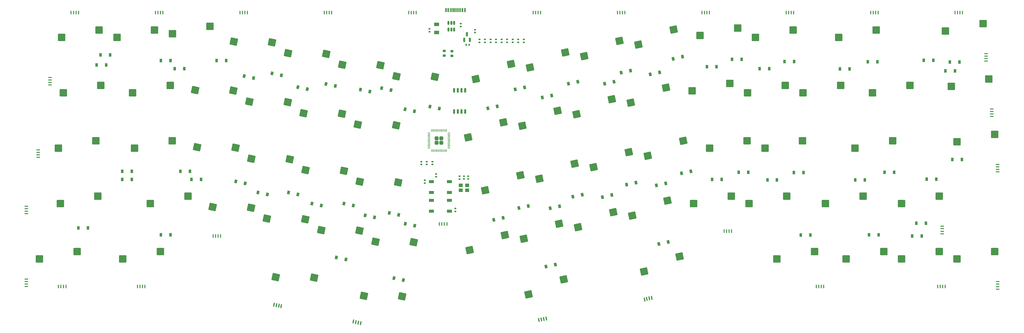
<source format=gbr>
%TF.GenerationSoftware,KiCad,Pcbnew,(6.0.9)*%
%TF.CreationDate,2022-12-15T18:11:33+09:00*%
%TF.ProjectId,Skeleton68rev2,536b656c-6574-46f6-9e36-38726576322e,rev?*%
%TF.SameCoordinates,Original*%
%TF.FileFunction,Paste,Bot*%
%TF.FilePolarity,Positive*%
%FSLAX46Y46*%
G04 Gerber Fmt 4.6, Leading zero omitted, Abs format (unit mm)*
G04 Created by KiCad (PCBNEW (6.0.9)) date 2022-12-15 18:11:33*
%MOMM*%
%LPD*%
G01*
G04 APERTURE LIST*
G04 Aperture macros list*
%AMRoundRect*
0 Rectangle with rounded corners*
0 $1 Rounding radius*
0 $2 $3 $4 $5 $6 $7 $8 $9 X,Y pos of 4 corners*
0 Add a 4 corners polygon primitive as box body*
4,1,4,$2,$3,$4,$5,$6,$7,$8,$9,$2,$3,0*
0 Add four circle primitives for the rounded corners*
1,1,$1+$1,$2,$3*
1,1,$1+$1,$4,$5*
1,1,$1+$1,$6,$7*
1,1,$1+$1,$8,$9*
0 Add four rect primitives between the rounded corners*
20,1,$1+$1,$2,$3,$4,$5,0*
20,1,$1+$1,$4,$5,$6,$7,0*
20,1,$1+$1,$6,$7,$8,$9,0*
20,1,$1+$1,$8,$9,$2,$3,0*%
%AMRotRect*
0 Rectangle, with rotation*
0 The origin of the aperture is its center*
0 $1 length*
0 $2 width*
0 $3 Rotation angle, in degrees counterclockwise*
0 Add horizontal line*
21,1,$1,$2,0,0,$3*%
G04 Aperture macros list end*
%ADD10R,0.420000X1.300000*%
%ADD11RotRect,0.900000X1.200000X12.000000*%
%ADD12R,0.900000X1.200000*%
%ADD13RoundRect,0.200000X1.269816X0.803550X-0.833201X1.250560X-1.269816X-0.803550X0.833201X-1.250560X0*%
%ADD14RoundRect,0.135000X0.185000X-0.135000X0.185000X0.135000X-0.185000X0.135000X-0.185000X-0.135000X0*%
%ADD15RoundRect,0.200000X1.075000X1.050000X-1.075000X1.050000X-1.075000X-1.050000X1.075000X-1.050000X0*%
%ADD16RotRect,0.900000X1.200000X348.000000*%
%ADD17R,1.300000X0.420000*%
%ADD18RotRect,0.420000X1.300000X348.000000*%
%ADD19R,1.800000X1.100000*%
%ADD20RoundRect,0.140000X-0.170000X0.140000X-0.170000X-0.140000X0.170000X-0.140000X0.170000X0.140000X0*%
%ADD21RoundRect,0.200000X0.833201X1.250560X-1.269816X0.803550X-0.833201X-1.250560X1.269816X-0.803550X0*%
%ADD22RotRect,0.900000X1.200000X168.000000*%
%ADD23RoundRect,0.140000X0.170000X-0.140000X0.170000X0.140000X-0.170000X0.140000X-0.170000X-0.140000X0*%
%ADD24RoundRect,0.135000X-0.185000X0.135000X-0.185000X-0.135000X0.185000X-0.135000X0.185000X0.135000X0*%
%ADD25RoundRect,0.150000X0.150000X-0.512500X0.150000X0.512500X-0.150000X0.512500X-0.150000X-0.512500X0*%
%ADD26RoundRect,0.150000X0.150000X-0.587500X0.150000X0.587500X-0.150000X0.587500X-0.150000X-0.587500X0*%
%ADD27RoundRect,0.249999X0.395001X0.395001X-0.395001X0.395001X-0.395001X-0.395001X0.395001X-0.395001X0*%
%ADD28RoundRect,0.050000X0.387500X0.050000X-0.387500X0.050000X-0.387500X-0.050000X0.387500X-0.050000X0*%
%ADD29RoundRect,0.050000X0.050000X0.387500X-0.050000X0.387500X-0.050000X-0.387500X0.050000X-0.387500X0*%
%ADD30RoundRect,0.140000X0.140000X0.170000X-0.140000X0.170000X-0.140000X-0.170000X0.140000X-0.170000X0*%
%ADD31R,0.600000X1.450000*%
%ADD32R,0.300000X1.450000*%
%ADD33RoundRect,0.150000X-0.150000X0.650000X-0.150000X-0.650000X0.150000X-0.650000X0.150000X0.650000X0*%
%ADD34RoundRect,0.200000X-0.275000X0.200000X-0.275000X-0.200000X0.275000X-0.200000X0.275000X0.200000X0*%
%ADD35R,1.400000X1.200000*%
%ADD36RotRect,0.420000X1.300000X12.000000*%
%ADD37RoundRect,0.250000X-0.625000X0.375000X-0.625000X-0.375000X0.625000X-0.375000X0.625000X0.375000X0*%
G04 APERTURE END LIST*
D10*
%TO.C,LED17*%
X166127699Y-97243372D03*
X165277699Y-97243372D03*
X164427699Y-97243372D03*
X163577699Y-97243372D03*
%TD*%
%TO.C,LED30*%
X124007724Y-24500017D03*
X124857724Y-24500017D03*
X125707724Y-24500017D03*
X126557724Y-24500017D03*
%TD*%
D11*
%TO.C,D9*%
X207936056Y-48920554D03*
X211163944Y-48234446D03*
%TD*%
D12*
%TO.C,D44*%
X339790000Y-75060000D03*
X343090000Y-75060000D03*
%TD*%
D13*
%TO.C,SW35*%
X117594480Y-78697531D03*
X130767090Y-78900710D03*
%TD*%
D14*
%TO.C,R7*%
X170520000Y-81760000D03*
X170520000Y-80740000D03*
%TD*%
D15*
%TO.C,SW41*%
X256403893Y-71162021D03*
X269330893Y-68622021D03*
%TD*%
D16*
%TO.C,D62*%
X147928556Y-115861946D03*
X151156444Y-116548054D03*
%TD*%
D17*
%TO.C,LED9*%
X355400005Y-76725001D03*
X355400005Y-77575001D03*
X355400005Y-78425001D03*
X355400005Y-79275001D03*
%TD*%
D11*
%TO.C,D64*%
X238966056Y-104073054D03*
X242193944Y-103386946D03*
%TD*%
D18*
%TO.C,LED19*%
X109229240Y-125495957D03*
X108397814Y-125319233D03*
X107566389Y-125142508D03*
X106734963Y-124965783D03*
%TD*%
D15*
%TO.C,SW55*%
X250961203Y-90212021D03*
X263888203Y-87672021D03*
%TD*%
D19*
%TO.C,TS1*%
X167050000Y-82672500D03*
X160850000Y-82672500D03*
X167050000Y-86372500D03*
X160850000Y-86372500D03*
%TD*%
D12*
%TO.C,D30*%
X337440000Y-44500000D03*
X340740000Y-44500000D03*
%TD*%
D20*
%TO.C,C1*%
X162460000Y-79990000D03*
X162460000Y-80950000D03*
%TD*%
D21*
%TO.C,SW24*%
X210698293Y-59456401D03*
X222814711Y-54284232D03*
%TD*%
%TO.C,SW8*%
X176044264Y-47346754D03*
X188160682Y-42174585D03*
%TD*%
%TO.C,SW53*%
X211218557Y-98296992D03*
X223334975Y-93124823D03*
%TD*%
D15*
%TO.C,SW68*%
X341448703Y-109262021D03*
X354375703Y-106722021D03*
%TD*%
D10*
%TO.C,LED3*%
X253775005Y-24500008D03*
X254625005Y-24500008D03*
X255475005Y-24500008D03*
X256325005Y-24500008D03*
%TD*%
D12*
%TO.C,D58*%
X331030000Y-81760000D03*
X334330000Y-81760000D03*
%TD*%
D15*
%TO.C,SW15*%
X337440005Y-30835000D03*
X350367005Y-28295000D03*
%TD*%
D10*
%TO.C,LED5*%
X311775005Y-24500004D03*
X312625005Y-24500004D03*
X313475005Y-24500004D03*
X314325005Y-24500004D03*
%TD*%
D22*
%TO.C,D21*%
X154966444Y-58445554D03*
X151738556Y-57759446D03*
%TD*%
%TO.C,D35*%
X134011444Y-90830554D03*
X130783556Y-90144446D03*
%TD*%
D11*
%TO.C,D40*%
X246746056Y-79783054D03*
X249973944Y-79096946D03*
%TD*%
D12*
%TO.C,D3*%
X90330000Y-40957500D03*
X87030000Y-40957500D03*
%TD*%
D23*
%TO.C,C2*%
X173480000Y-81710000D03*
X173480000Y-80750000D03*
%TD*%
D12*
%TO.C,D67*%
X326050000Y-101350000D03*
X329350000Y-101350000D03*
%TD*%
D21*
%TO.C,SW63*%
X194216349Y-121386511D03*
X206332767Y-116214342D03*
%TD*%
D17*
%TO.C,LED24*%
X21612111Y-93616139D03*
X21612111Y-92766139D03*
X21612111Y-91916139D03*
X21612111Y-91066139D03*
%TD*%
D12*
%TO.C,D45*%
X57847500Y-81915000D03*
X54547500Y-81915000D03*
%TD*%
D15*
%TO.C,SW44*%
X341440005Y-68935001D03*
X354367005Y-66395001D03*
%TD*%
%TO.C,SW60*%
X54739611Y-109262021D03*
X67666611Y-106722021D03*
%TD*%
D12*
%TO.C,D41*%
X266410000Y-79440000D03*
X269710000Y-79440000D03*
%TD*%
D23*
%TO.C,C7*%
X177340000Y-34700000D03*
X177340000Y-33740000D03*
%TD*%
D12*
%TO.C,D43*%
X316550000Y-79390000D03*
X319850000Y-79390000D03*
%TD*%
D23*
%TO.C,C5*%
X159250000Y-76730000D03*
X159250000Y-75770000D03*
%TD*%
D13*
%TO.C,SW48*%
X104316907Y-95350884D03*
X117489517Y-95554063D03*
%TD*%
D15*
%TO.C,SW56*%
X270011203Y-90212021D03*
X282938203Y-87672021D03*
%TD*%
D12*
%TO.C,D1*%
X50420000Y-39000000D03*
X47120000Y-39000000D03*
%TD*%
D11*
%TO.C,D10*%
X226033556Y-45110554D03*
X229261444Y-44424446D03*
%TD*%
D15*
%TO.C,SW32*%
X58821921Y-71162021D03*
X71748921Y-68622021D03*
%TD*%
%TO.C,SW65*%
X279536203Y-109262021D03*
X292463203Y-106722021D03*
%TD*%
D12*
%TO.C,D14*%
X310770000Y-41410000D03*
X314070000Y-41410000D03*
%TD*%
D22*
%TO.C,D33*%
X96863944Y-83210554D03*
X93636056Y-82524446D03*
%TD*%
D13*
%TO.C,SW6*%
X130174344Y-42420287D03*
X143346954Y-42623466D03*
%TD*%
D21*
%TO.C,SW38*%
X197940983Y-81643639D03*
X210057401Y-76471470D03*
%TD*%
D15*
%TO.C,SW27*%
X269490939Y-52112021D03*
X282417939Y-49572021D03*
%TD*%
D24*
%TO.C,R2*%
X169010000Y-91850000D03*
X169010000Y-92870000D03*
%TD*%
D12*
%TO.C,D15*%
X338970000Y-41460000D03*
X342270000Y-41460000D03*
%TD*%
D23*
%TO.C,C10*%
X183055000Y-34700000D03*
X183055000Y-33740000D03*
%TD*%
D10*
%TO.C,LED2*%
X224775005Y-24500011D03*
X225625005Y-24500011D03*
X226475005Y-24500011D03*
X227325005Y-24500011D03*
%TD*%
D23*
%TO.C,C13*%
X188770000Y-34700000D03*
X188770000Y-33740000D03*
%TD*%
D15*
%TO.C,SW43*%
X306410143Y-71162021D03*
X319337143Y-68622021D03*
%TD*%
%TO.C,SW1*%
X33722724Y-33062021D03*
X46649724Y-30522021D03*
%TD*%
D11*
%TO.C,D52*%
X201646056Y-91753054D03*
X204873944Y-91066946D03*
%TD*%
D23*
%TO.C,C16*%
X175857500Y-31347500D03*
X175857500Y-30387500D03*
%TD*%
D12*
%TO.C,D55*%
X257250000Y-81910000D03*
X260550000Y-81910000D03*
%TD*%
D10*
%TO.C,LED21*%
X62387111Y-118677021D03*
X61537111Y-118677021D03*
X60687111Y-118677021D03*
X59837111Y-118677021D03*
%TD*%
D13*
%TO.C,SW34*%
X98960769Y-74736813D03*
X112133379Y-74939992D03*
%TD*%
D17*
%TO.C,LED8*%
X353400005Y-57675001D03*
X353400005Y-58525001D03*
X353400005Y-59375001D03*
X353400005Y-60225001D03*
%TD*%
D13*
%TO.C,SW7*%
X148808056Y-46381005D03*
X161980666Y-46584184D03*
%TD*%
D22*
%TO.C,D7*%
X163538944Y-57493054D03*
X160311056Y-56806946D03*
%TD*%
%TO.C,D18*%
X99721444Y-47015554D03*
X96493556Y-46329446D03*
%TD*%
D21*
%TO.C,SW25*%
X229332005Y-55495683D03*
X241448423Y-50323514D03*
%TD*%
D15*
%TO.C,SW67*%
X322398703Y-109262021D03*
X335325703Y-106722021D03*
%TD*%
D11*
%TO.C,D23*%
X198906056Y-53683054D03*
X202133944Y-52996946D03*
%TD*%
D12*
%TO.C,D46*%
X81660000Y-81915000D03*
X78360000Y-81915000D03*
%TD*%
D11*
%TO.C,D24*%
X220318556Y-48920554D03*
X223546444Y-48234446D03*
%TD*%
%TO.C,D11*%
X243866056Y-40353054D03*
X247093944Y-39666946D03*
%TD*%
D15*
%TO.C,SW14*%
X300765885Y-33062021D03*
X313692885Y-30522021D03*
%TD*%
D22*
%TO.C,D20*%
X139693944Y-51663054D03*
X136466056Y-50976946D03*
%TD*%
D23*
%TO.C,C11*%
X184960000Y-34700000D03*
X184960000Y-33740000D03*
%TD*%
D13*
%TO.C,SW18*%
X79629347Y-51152205D03*
X92801957Y-51355384D03*
%TD*%
D10*
%TO.C,LED31*%
X153007724Y-24500015D03*
X153857724Y-24500015D03*
X154707724Y-24500015D03*
X155557724Y-24500015D03*
%TD*%
D11*
%TO.C,D38*%
X209416056Y-87843054D03*
X212643944Y-87156946D03*
%TD*%
D21*
%TO.C,SW10*%
X213311688Y-39425318D03*
X225428106Y-34253149D03*
%TD*%
D12*
%TO.C,D16*%
X49080000Y-42500000D03*
X45780000Y-42500000D03*
%TD*%
%TO.C,D27*%
X273622500Y-43815000D03*
X276922500Y-43815000D03*
%TD*%
D23*
%TO.C,C9*%
X181150000Y-34700000D03*
X181150000Y-33740000D03*
%TD*%
D15*
%TO.C,SW16*%
X34311712Y-52112021D03*
X47238712Y-49572021D03*
%TD*%
D17*
%TO.C,LED23*%
X21612111Y-118736610D03*
X21612111Y-117886610D03*
X21612111Y-117036610D03*
X21612111Y-116186610D03*
%TD*%
D21*
%TO.C,SW11*%
X231945400Y-35464601D03*
X244061818Y-30292432D03*
%TD*%
D11*
%TO.C,D53*%
X219576056Y-87933054D03*
X222803944Y-87246946D03*
%TD*%
D21*
%TO.C,SW51*%
X173951134Y-106218428D03*
X186067552Y-101046259D03*
%TD*%
D13*
%TO.C,SW4*%
X92906920Y-34498852D03*
X106079530Y-34702031D03*
%TD*%
D21*
%TO.C,SW22*%
X173430869Y-67377836D03*
X185547287Y-62205667D03*
%TD*%
D12*
%TO.C,D60*%
X71182500Y-100965000D03*
X67882500Y-100965000D03*
%TD*%
D21*
%TO.C,SW54*%
X229852269Y-94336274D03*
X241968687Y-89164105D03*
%TD*%
D15*
%TO.C,SW12*%
X253140885Y-32321430D03*
X266067885Y-29781430D03*
%TD*%
%TO.C,SW26*%
X250440939Y-51371430D03*
X263367939Y-48831430D03*
%TD*%
%TO.C,SW31*%
X32628172Y-71162021D03*
X45555172Y-68622021D03*
%TD*%
D22*
%TO.C,D48*%
X123013944Y-90830554D03*
X119786056Y-90144446D03*
%TD*%
D17*
%TO.C,LED25*%
X25694422Y-74269860D03*
X25694422Y-73419860D03*
X25694422Y-72569860D03*
X25694422Y-71719860D03*
%TD*%
D16*
%TO.C,D61*%
X128196056Y-108736946D03*
X131423944Y-109423054D03*
%TD*%
D10*
%TO.C,LED1*%
X195775005Y-24500012D03*
X196625005Y-24500012D03*
X197475005Y-24500012D03*
X198325005Y-24500012D03*
%TD*%
%TO.C,LED29*%
X95007724Y-24500019D03*
X95857724Y-24500019D03*
X96707724Y-24500019D03*
X97557724Y-24500019D03*
%TD*%
D18*
%TO.C,LED18*%
X136531785Y-131299292D03*
X135700359Y-131122568D03*
X134868934Y-130945843D03*
X134037508Y-130769118D03*
%TD*%
D13*
%TO.C,SW21*%
X135530482Y-63034358D03*
X148703092Y-63237537D03*
%TD*%
D24*
%TO.C,R3*%
X160200000Y-30060000D03*
X160200000Y-31080000D03*
%TD*%
D10*
%TO.C,LED27*%
X37007724Y-24500023D03*
X37857724Y-24500023D03*
X38707724Y-24500023D03*
X39557724Y-24500023D03*
%TD*%
D15*
%TO.C,SW28*%
X288540939Y-52112021D03*
X301467939Y-49572021D03*
%TD*%
D25*
%TO.C,U2*%
X168610000Y-30317500D03*
X167660000Y-30317500D03*
X166710000Y-30317500D03*
X166710000Y-28042500D03*
X167660000Y-28042500D03*
X168610000Y-28042500D03*
%TD*%
D12*
%TO.C,D32*%
X77850000Y-79057500D03*
X74550000Y-79057500D03*
%TD*%
D13*
%TO.C,SW36*%
X136228192Y-82658249D03*
X149400802Y-82861428D03*
%TD*%
D15*
%TO.C,SW29*%
X312353439Y-52112021D03*
X325280439Y-49572021D03*
%TD*%
D21*
%TO.C,SW37*%
X179307272Y-85604357D03*
X191423690Y-80432188D03*
%TD*%
D15*
%TO.C,SW17*%
X58124211Y-52112021D03*
X71051211Y-49572021D03*
%TD*%
D26*
%TO.C,U4*%
X174010000Y-33837500D03*
X172110000Y-33837500D03*
X173060000Y-31962500D03*
%TD*%
D23*
%TO.C,C12*%
X186865000Y-34700000D03*
X186865000Y-33740000D03*
%TD*%
D12*
%TO.C,D2*%
X71182500Y-40957500D03*
X67882500Y-40957500D03*
%TD*%
D11*
%TO.C,D63*%
X200226056Y-111823054D03*
X203453944Y-111136946D03*
%TD*%
D10*
%TO.C,LED13*%
X295608703Y-118677021D03*
X294758703Y-118677021D03*
X293908703Y-118677021D03*
X293058703Y-118677021D03*
%TD*%
D13*
%TO.C,SW62*%
X137623613Y-121906031D03*
X150796223Y-122109210D03*
%TD*%
D15*
%TO.C,SW46*%
X64264611Y-90212021D03*
X77191611Y-87672021D03*
%TD*%
D13*
%TO.C,SW33*%
X80327057Y-70776096D03*
X93499667Y-70979275D03*
%TD*%
D22*
%TO.C,D47*%
X104483944Y-87020554D03*
X101256056Y-86334446D03*
%TD*%
D15*
%TO.C,SW57*%
X296204953Y-90212021D03*
X309131953Y-87672021D03*
%TD*%
D10*
%TO.C,LED6*%
X340775005Y-24500002D03*
X341625005Y-24500002D03*
X342475005Y-24500002D03*
X343325005Y-24500002D03*
%TD*%
%TO.C,LED20*%
X88347769Y-101325387D03*
X87497769Y-101325387D03*
X86647769Y-101325387D03*
X85797769Y-101325387D03*
%TD*%
D12*
%TO.C,D26*%
X255525000Y-43140000D03*
X258825000Y-43140000D03*
%TD*%
D15*
%TO.C,SW45*%
X33308361Y-90212021D03*
X46235361Y-87672021D03*
%TD*%
D12*
%TO.C,D29*%
X330040000Y-40930000D03*
X333340000Y-40930000D03*
%TD*%
D11*
%TO.C,D25*%
X236006056Y-45743054D03*
X239233944Y-45056946D03*
%TD*%
D13*
%TO.C,SW49*%
X122950619Y-99311602D03*
X136123229Y-99514781D03*
%TD*%
D14*
%TO.C,R1*%
X158560000Y-83150000D03*
X158560000Y-82130000D03*
%TD*%
D12*
%TO.C,D56*%
X276280000Y-82080000D03*
X279580000Y-82080000D03*
%TD*%
D15*
%TO.C,SW30*%
X339440005Y-49885001D03*
X352367005Y-47345001D03*
%TD*%
D22*
%TO.C,D19*%
X118143944Y-50825554D03*
X114916056Y-50139446D03*
%TD*%
%TO.C,D5*%
X127783944Y-49743054D03*
X124556056Y-49056946D03*
%TD*%
D17*
%TO.C,LED11*%
X355408703Y-117052021D03*
X355408703Y-117902021D03*
X355408703Y-118752021D03*
X355408703Y-119602021D03*
%TD*%
D22*
%TO.C,D34*%
X114961444Y-87020554D03*
X111733556Y-86334446D03*
%TD*%
D21*
%TO.C,SW64*%
X233936905Y-113552974D03*
X246053323Y-108380805D03*
%TD*%
D11*
%TO.C,D39*%
X227896056Y-83643054D03*
X231123944Y-82956946D03*
%TD*%
D27*
%TO.C,U3*%
X162620000Y-67700000D03*
X164220000Y-69300000D03*
X162620000Y-69300000D03*
X164220000Y-67700000D03*
D28*
X166857500Y-65900000D03*
X166857500Y-66300000D03*
X166857500Y-66700000D03*
X166857500Y-67100000D03*
X166857500Y-67500000D03*
X166857500Y-67900000D03*
X166857500Y-68300000D03*
X166857500Y-68700000D03*
X166857500Y-69100000D03*
X166857500Y-69500000D03*
X166857500Y-69900000D03*
X166857500Y-70300000D03*
X166857500Y-70700000D03*
X166857500Y-71100000D03*
D29*
X166020000Y-71937500D03*
X165620000Y-71937500D03*
X165220000Y-71937500D03*
X164820000Y-71937500D03*
X164420000Y-71937500D03*
X164020000Y-71937500D03*
X163620000Y-71937500D03*
X163220000Y-71937500D03*
X162820000Y-71937500D03*
X162420000Y-71937500D03*
X162020000Y-71937500D03*
X161620000Y-71937500D03*
X161220000Y-71937500D03*
X160820000Y-71937500D03*
D28*
X159982500Y-71100000D03*
X159982500Y-70700000D03*
X159982500Y-70300000D03*
X159982500Y-69900000D03*
X159982500Y-69500000D03*
X159982500Y-69100000D03*
X159982500Y-68700000D03*
X159982500Y-68300000D03*
X159982500Y-67900000D03*
X159982500Y-67500000D03*
X159982500Y-67100000D03*
X159982500Y-66700000D03*
X159982500Y-66300000D03*
X159982500Y-65900000D03*
D29*
X160820000Y-65062500D03*
X161220000Y-65062500D03*
X161620000Y-65062500D03*
X162020000Y-65062500D03*
X162420000Y-65062500D03*
X162820000Y-65062500D03*
X163220000Y-65062500D03*
X163620000Y-65062500D03*
X164020000Y-65062500D03*
X164420000Y-65062500D03*
X164820000Y-65062500D03*
X165220000Y-65062500D03*
X165620000Y-65062500D03*
X166020000Y-65062500D03*
%TD*%
D15*
%TO.C,SW66*%
X303348703Y-109262021D03*
X316275703Y-106722021D03*
%TD*%
D22*
%TO.C,D36*%
X149583944Y-94093054D03*
X146356056Y-93406946D03*
%TD*%
D19*
%TO.C,TS2*%
X167050000Y-89090000D03*
X160850000Y-89090000D03*
X160850000Y-92790000D03*
X167050000Y-92790000D03*
%TD*%
D23*
%TO.C,C6*%
X161155000Y-76730000D03*
X161155000Y-75770000D03*
%TD*%
D12*
%TO.C,D66*%
X311190000Y-100960000D03*
X314490000Y-100960000D03*
%TD*%
D15*
%TO.C,SW59*%
X26164611Y-109262021D03*
X39091611Y-106722021D03*
%TD*%
D12*
%TO.C,D65*%
X287750000Y-101020000D03*
X291050000Y-101020000D03*
%TD*%
%TO.C,D28*%
X301245000Y-43870000D03*
X304545000Y-43870000D03*
%TD*%
D10*
%TO.C,LED28*%
X66007724Y-24500021D03*
X66857724Y-24500021D03*
X67707724Y-24500021D03*
X68557724Y-24500021D03*
%TD*%
D13*
%TO.C,SW50*%
X141584330Y-103272320D03*
X154756940Y-103475499D03*
%TD*%
D21*
%TO.C,SW52*%
X192584845Y-102257710D03*
X204701263Y-97085541D03*
%TD*%
D15*
%TO.C,SW42*%
X275453893Y-71162021D03*
X288380893Y-68622021D03*
%TD*%
D20*
%TO.C,C3*%
X172005000Y-80750000D03*
X172005000Y-81710000D03*
%TD*%
D12*
%TO.C,D17*%
X75945000Y-43815000D03*
X72645000Y-43815000D03*
%TD*%
D15*
%TO.C,SW58*%
X322398703Y-90212021D03*
X335325703Y-87672021D03*
%TD*%
D10*
%TO.C,LED12*%
X337333703Y-118677021D03*
X336483703Y-118677021D03*
X335633703Y-118677021D03*
X334783703Y-118677021D03*
%TD*%
D30*
%TO.C,C17*%
X173760000Y-35530000D03*
X172800000Y-35530000D03*
%TD*%
D21*
%TO.C,SW9*%
X194677976Y-43386036D03*
X206794394Y-38213867D03*
%TD*%
D17*
%TO.C,LED10*%
X336350005Y-98002021D03*
X336350005Y-98852021D03*
X336350005Y-99702021D03*
X336350005Y-100552021D03*
%TD*%
D31*
%TO.C,J1*%
X165830000Y-23605000D03*
X166630000Y-23605000D03*
D32*
X167830000Y-23605000D03*
X168830000Y-23605000D03*
X169330000Y-23605000D03*
X170330000Y-23605000D03*
D31*
X171530000Y-23605000D03*
X172330000Y-23605000D03*
X172330000Y-23605000D03*
X171530000Y-23605000D03*
D32*
X170830000Y-23605000D03*
X169830000Y-23605000D03*
X168330000Y-23605000D03*
X167330000Y-23605000D03*
D31*
X166630000Y-23605000D03*
X165830000Y-23605000D03*
%TD*%
D11*
%TO.C,D54*%
X238136056Y-83903054D03*
X241363944Y-83216946D03*
%TD*%
D33*
%TO.C,U1*%
X168595000Y-51270000D03*
X169865000Y-51270000D03*
X171135000Y-51270000D03*
X172405000Y-51270000D03*
X172405000Y-58470000D03*
X171135000Y-58470000D03*
X169865000Y-58470000D03*
X168595000Y-58470000D03*
%TD*%
D13*
%TO.C,SW19*%
X98263058Y-55112922D03*
X111435668Y-55316101D03*
%TD*%
D22*
%TO.C,D50*%
X155083944Y-97833054D03*
X151856056Y-97146946D03*
%TD*%
D34*
%TO.C,R6*%
X165230000Y-37665000D03*
X165230000Y-39315000D03*
%TD*%
D35*
%TO.C,Y1*%
X170920000Y-83880000D03*
X173120000Y-83880000D03*
X173120000Y-85580000D03*
X170920000Y-85580000D03*
%TD*%
D24*
%TO.C,R4*%
X170950000Y-28310000D03*
X170950000Y-29330000D03*
%TD*%
D12*
%TO.C,D12*%
X264097500Y-40540000D03*
X267397500Y-40540000D03*
%TD*%
D15*
%TO.C,SW13*%
X272190885Y-33062021D03*
X285117885Y-30522021D03*
%TD*%
D23*
%TO.C,C15*%
X192580000Y-34700000D03*
X192580000Y-33740000D03*
%TD*%
D17*
%TO.C,LED26*%
X29759212Y-49402021D03*
X29759212Y-48552021D03*
X29759212Y-47702021D03*
X29759212Y-46852021D03*
%TD*%
D23*
%TO.C,C4*%
X157345000Y-76730000D03*
X157345000Y-75770000D03*
%TD*%
D21*
%TO.C,SW23*%
X192064581Y-63417119D03*
X204180999Y-58244950D03*
%TD*%
D36*
%TO.C,LED15*%
X236527744Y-122627612D03*
X235696318Y-122804337D03*
X234864893Y-122981062D03*
X234033467Y-123157786D03*
%TD*%
D13*
%TO.C,SW47*%
X85683195Y-91390166D03*
X98855805Y-91593345D03*
%TD*%
D22*
%TO.C,D6*%
X146943944Y-51133054D03*
X143716056Y-50446946D03*
%TD*%
D12*
%TO.C,D59*%
X42790000Y-98520000D03*
X39490000Y-98520000D03*
%TD*%
D17*
%TO.C,LED7*%
X351400005Y-38625001D03*
X351400005Y-39475001D03*
X351400005Y-40325001D03*
X351400005Y-41175001D03*
%TD*%
D11*
%TO.C,D51*%
X182276056Y-95783054D03*
X185503944Y-95096946D03*
%TD*%
D15*
%TO.C,SW2*%
X52772724Y-33062021D03*
X65699724Y-30522021D03*
%TD*%
D23*
%TO.C,C8*%
X179245000Y-34700000D03*
X179245000Y-33740000D03*
%TD*%
D34*
%TO.C,R5*%
X167860000Y-37725000D03*
X167860000Y-39375000D03*
%TD*%
D10*
%TO.C,LED22*%
X35237111Y-118677021D03*
X34387111Y-118677021D03*
X33537111Y-118677021D03*
X32687111Y-118677021D03*
%TD*%
D12*
%TO.C,D68*%
X327490000Y-96960000D03*
X330790000Y-96960000D03*
%TD*%
D23*
%TO.C,C14*%
X190675000Y-34700000D03*
X190675000Y-33740000D03*
%TD*%
D10*
%TO.C,LED14*%
X263989910Y-99627021D03*
X263139910Y-99627021D03*
X262289910Y-99627021D03*
X261439910Y-99627021D03*
%TD*%
D12*
%TO.C,D57*%
X306500000Y-82090000D03*
X309800000Y-82090000D03*
%TD*%
D11*
%TO.C,D22*%
X180206056Y-57443054D03*
X183433944Y-56756946D03*
%TD*%
D21*
%TO.C,SW40*%
X235208407Y-73722204D03*
X247324825Y-68550035D03*
%TD*%
D11*
%TO.C,D37*%
X190886056Y-91713054D03*
X194113944Y-91026946D03*
%TD*%
D10*
%TO.C,LED4*%
X282775005Y-24500006D03*
X283625005Y-24500006D03*
X284475005Y-24500006D03*
X285325005Y-24500006D03*
%TD*%
D12*
%TO.C,D42*%
X285390000Y-79480000D03*
X288690000Y-79480000D03*
%TD*%
D11*
%TO.C,D8*%
X189586056Y-50893054D03*
X192813944Y-50206946D03*
%TD*%
D21*
%TO.C,SW39*%
X216574695Y-77682921D03*
X228691113Y-72510752D03*
%TD*%
D37*
%TO.C,F1*%
X162620000Y-28560000D03*
X162620000Y-31360000D03*
%TD*%
D36*
%TO.C,LED16*%
X200249045Y-129729560D03*
X199417619Y-129906285D03*
X198586194Y-130083010D03*
X197754768Y-130259734D03*
%TD*%
D22*
%TO.C,D4*%
X109246444Y-46063054D03*
X106018556Y-45376946D03*
%TD*%
D15*
%TO.C,SW3*%
X71822724Y-31747539D03*
X84749724Y-29207539D03*
%TD*%
D12*
%TO.C,D31*%
X57847500Y-79057500D03*
X54547500Y-79057500D03*
%TD*%
D13*
%TO.C,SW5*%
X111540632Y-38459569D03*
X124713242Y-38662748D03*
%TD*%
D12*
%TO.C,D13*%
X282195000Y-41360000D03*
X285495000Y-41360000D03*
%TD*%
D13*
%TO.C,SW20*%
X116896770Y-59073640D03*
X130069380Y-59276819D03*
%TD*%
D22*
%TO.C,D49*%
X141303944Y-94933054D03*
X138076056Y-94246946D03*
%TD*%
D13*
%TO.C,SW61*%
X107343831Y-115469865D03*
X120516441Y-115673044D03*
%TD*%
M02*

</source>
